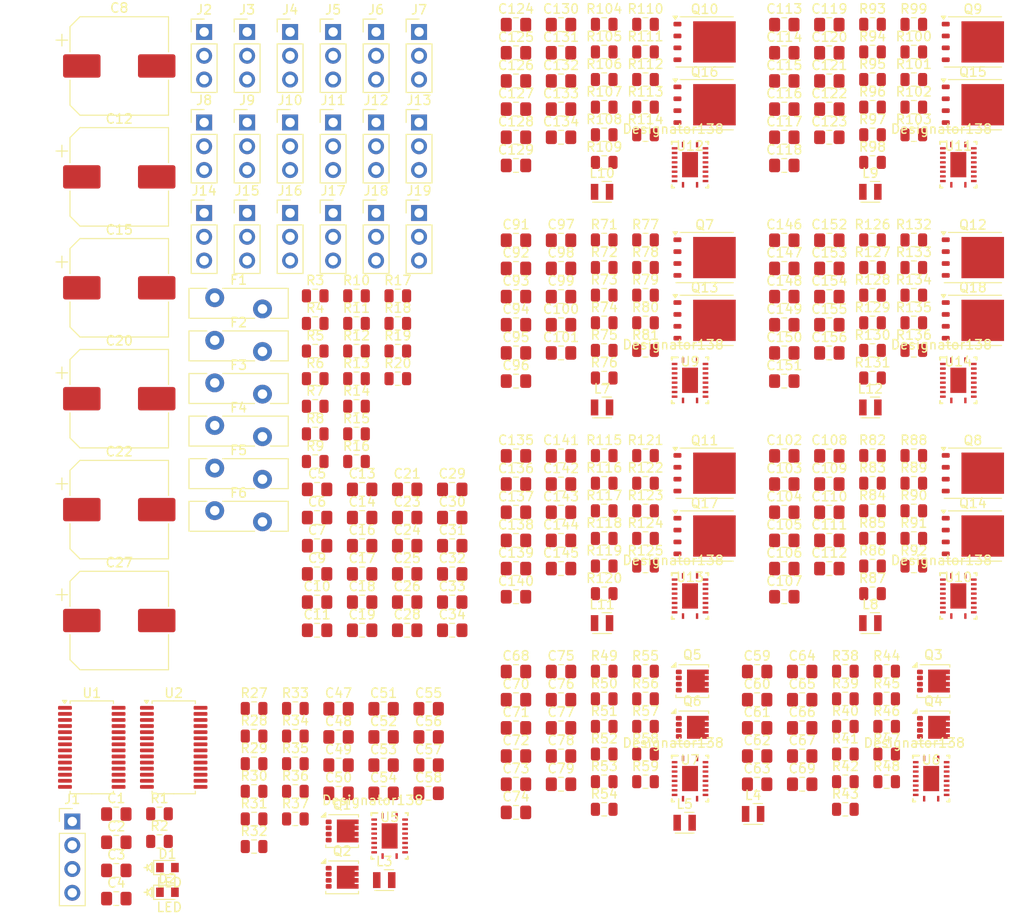
<source format=kicad_pcb>
(kicad_pcb (version 20241229) (generator "pcbnew") (generator_version "9.0")
  (layers (0 "F.Cu" signal) (2 "B.Cu" signal) (13 "F.Paste" user) (15 "B.Paste" user) (5 "F.SilkS" user "F.Silkscreen") (7 "B.SilkS" user "B.Silkscreen") (1 "F.Mask" user) (3 "B.Mask" user) (25 "Edge.Cuts" user))
  (net 0 "")
  (net 1 "GND")
  (net 2 "/PCA9685 (2x)/hexapod_legs/VCC_Leg1")
  (net 3 "/PCA9685 (2x)/hexapod_legs/VCC_Leg2")
  (net 4 "/PCA9685 (2x)/hexapod_legs/VCC_Leg3")
  (net 5 "/PCA9685 (2x)/hexapod_legs/VCC_Leg4")
  (net 6 "/PCA9685 (2x)/hexapod_legs/VCC_Leg5")
  (net 7 "/PCA9685 (2x)/hexapod_legs/VCC_Leg6")
  (net 8 "Net-(D2-Pad2)")
  (net 9 "/PCA9685 (2x)/SDA")
  (net 10 "/PCA9685 (2x)/Motor_Enable_Pin")
  (net 11 "/PCA9685 (2x)/EXT_CLK")
  (net 12 "/PCA9685 (2x)/SCL")
  (net 13 "/PCA9685 (2x)/mg996r1")
  (net 14 "/PCA9685 (2x)/mg996r2")
  (net 15 "/PCA9685 (2x)/mg996r3")
  (net 16 "/PCA9685 (2x)/mg996r6")
  (net 17 "/PCA9685 (2x)/mg996r5")
  (net 18 "/PCA9685 (2x)/mg996r4")
  (net 19 "/PCA9685 (2x)/mg996r9")
  (net 20 "/PCA9685 (2x)/mg996r8")
  (net 21 "/PCA9685 (2x)/mg996r7")
  (net 22 "/PCA9685 (2x)/mg996r12")
  (net 23 "/PCA9685 (2x)/mg996r11")
  (net 24 "/PCA9685 (2x)/mg996r10")
  (net 25 "/PCA9685 (2x)/mg996r15")
  (net 26 "/PCA9685 (2x)/mg996r14")
  (net 27 "/PCA9685 (2x)/mg996r13")
  (net 28 "/PCA9685 (2x)/mg996r18")
  (net 29 "/PCA9685 (2x)/mg996r17")
  (net 30 "/PCA9685 (2x)/mg996r16")
  (net 31 "Net-(D1-Pad2)")
  (net 32 "Net-(J2-Pin_1)")
  (net 33 "Net-(J3-Pin_1)")
  (net 34 "Net-(J4-Pin_1)")
  (net 35 "Net-(J5-Pin_1)")
  (net 36 "Net-(J6-Pin_1)")
  (net 37 "Net-(J7-Pin_1)")
  (net 38 "Net-(J8-Pin_1)")
  (net 39 "Net-(J9-Pin_1)")
  (net 40 "Net-(J10-Pin_1)")
  (net 41 "Net-(J11-Pin_1)")
  (net 42 "Net-(J12-Pin_1)")
  (net 43 "Net-(J13-Pin_1)")
  (net 44 "Net-(J14-Pin_1)")
  (net 45 "Net-(J15-Pin_1)")
  (net 46 "Net-(J16-Pin_1)")
  (net 47 "Net-(J17-Pin_1)")
  (net 48 "Net-(J18-Pin_1)")
  (net 63 "/3V3_Power_Line/Vin")
  (net 64 "Net-(U6-SS_TRK)")
  (net 65 "Net-(U6-VCC)")
  (net 66 "Net-(U6-VIN)")
  (net 67 "Net-(J19-Pin_1)")
  (net 68 "3V3")
  (net 69 "6V_Line1")
  (net 70 "6V_Line2")
  (net 71 "6V_Line3")
  (net 72 "6V_Line4")
  (net 73 "6V_Line5")
  (net 74 "6V_Line6")
  (net 75 "6V")
  (net 76 "/5V_Power_Line/Vin")
  (net 77 "Net-(U6-ILIM)")
  (net 78 "5V")
  (net 79 "Net-(U6-BST)")
  (net 80 "Net-(Q4-D)")
  (net 81 "Net-(U6-COMP)")
  (net 82 "Net-(U5-VCC)")
  (net 83 "Net-(U5-SS_TRK)")
  (net 84 "/20V_Power_Line/Vin")
  (net 85 "Net-(U5-VIN)")
  (net 86 "Net-(U5-BST)")
  (net 87 "Net-(U5-FB)")
  (net 88 "20V")
  (net 89 "Net-(U5-COMP)")
  (net 90 "Net-(U5-ILIM)")
  (net 91 "Net-(Q1-G)")
  (net 92 "Net-(U5-EN_UVLO)")
  (net 93 "Net-(U5-RT)")
  (net 94 "Net-(U5-SYNCIN)")
  (net 95 "Net-(U5-PGOOD)")
  (net 99 "Net-(C65-Pad2)")
  (net 100 "Net-(Q2-D)")
  (net 101 "Net-(C53-Pad2)")
  (net 102 "Net-(C57-Pad1)")
  (net 103 "Net-(Q2-G)")
  (net 104 "Net-(U6-FB)")
  (net 105 "Net-(C69-Pad1)")
  (net 106 "Net-(U7-SS_TRK)")
  (net 107 "Net-(U7-VCC)")
  (net 108 "Net-(U7-VIN)")
  (net 109 "Net-(U7-ILIM)")
  (net 110 "Net-(Q5-D)")
  (net 111 "Net-(U7-BST)")
  (net 112 "Net-(C75-Pad2)")
  (net 113 "Net-(U7-COMP)")
  (net 114 "Net-(U7-FB)")
  (net 115 "Net-(C77-Pad1)")
  (net 116 "/6V_Power_Line1/Vin")
  (net 117 "Net-(U9-SS_TRK)")
  (net 118 "Net-(U9-VCC)")
  (net 119 "Net-(U9-VIN)")
  (net 120 "Net-(U9-ILIM)")
  (net 121 "Net-(U9-BST)")
  (net 122 "Net-(Q13-D)")
  (net 123 "Net-(U9-COMP)")
  (net 124 "Net-(C97-Pad2)")
  (net 125 "Net-(U9-FB)")
  (net 126 "Net-(C99-Pad1)")
  (net 127 "/6V_Power_Line2/Vin")
  (net 128 "Net-(U10-SS_TRK)")
  (net 129 "Net-(U10-VCC)")
  (net 130 "Net-(U10-VIN)")
  (net 131 "Net-(U10-ILIM)")
  (net 132 "Net-(Q14-D)")
  (net 133 "Net-(U10-BST)")
  (net 134 "Net-(U10-COMP)")
  (net 135 "Net-(C108-Pad2)")
  (net 136 "Net-(U10-FB)")
  (net 137 "Net-(C110-Pad1)")
  (net 138 "/6V_Power_Line3/Vin")
  (net 139 "Net-(U11-SS_TRK)")
  (net 140 "Net-(U11-VCC)")
  (net 141 "Net-(U11-VIN)")
  (net 142 "Net-(U11-ILIM)")
  (net 143 "Net-(U11-BST)")
  (net 144 "Net-(Q15-D)")
  (net 145 "Net-(U11-COMP)")
  (net 146 "Net-(C119-Pad2)")
  (net 147 "Net-(U11-FB)")
  (net 148 "Net-(C121-Pad1)")
  (net 149 "/6V_Power_Line4/Vin")
  (net 150 "Net-(U12-SS_TRK)")
  (net 151 "Net-(U12-VCC)")
  (net 152 "Net-(U12-VIN)")
  (net 153 "Net-(U12-ILIM)")
  (net 154 "Net-(U12-BST)")
  (net 155 "Net-(Q16-D)")
  (net 156 "Net-(U12-COMP)")
  (net 157 "Net-(C130-Pad2)")
  (net 158 "Net-(U12-FB)")
  (net 159 "Net-(C132-Pad1)")
  (net 160 "/6V_Power_Line5/Vin")
  (net 161 "Net-(U13-SS_TRK)")
  (net 162 "Net-(U13-VCC)")
  (net 163 "Net-(U13-VIN)")
  (net 164 "Net-(U13-ILIM)")
  (net 165 "Net-(U13-BST)")
  (net 166 "Net-(Q17-D)")
  (net 167 "Net-(U13-COMP)")
  (net 168 "Net-(C141-Pad2)")
  (net 169 "Net-(U13-FB)")
  (net 170 "Net-(C143-Pad1)")
  (net 171 "/6V_Power_Line6/Vin")
  (net 172 "Net-(U14-SS_TRK)")
  (net 173 "Net-(U14-VCC)")
  (net 174 "Net-(U14-VIN)")
  (net 175 "Net-(U14-ILIM)")
  (net 176 "Net-(Q18-D)")
  (net 177 "Net-(U14-BST)")
  (net 178 "Net-(C152-Pad2)")
  (net 179 "Net-(U14-COMP)")
  (net 180 "Net-(U14-FB)")
  (net 181 "Net-(C154-Pad1)")
  (net 182 "Net-(Q3-G)")
  (net 183 "Net-(Q4-G)")
  (net 184 "Net-(Q5-G)")
  (net 185 "Net-(Q6-G)")
  (net 186 "Net-(Q7-G)")
  (net 187 "Net-(Q8-G)")
  (net 188 "Net-(Q9-G)")
  (net 189 "Net-(Q10-G)")
  (net 190 "Net-(Q11-G)")
  (net 191 "Net-(Q12-G)")
  (net 192 "Net-(Q13-G)")
  (net 193 "Net-(Q14-G)")
  (net 194 "Net-(Q15-G)")
  (net 195 "Net-(Q16-G)")
  (net 196 "Net-(Q17-G)")
  (net 197 "Net-(Q18-G)")
  (net 198 "Net-(U6-EN_UVLO)")
  (net 199 "Net-(U6-RT)")
  (net 200 "Net-(U6-SYNCIN)")
  (net 201 "Net-(U6-PGOOD)")
  (net 202 "Net-(U7-EN_UVLO)")
  (net 203 "Net-(U7-RT)")
  (net 204 "Net-(U7-SYNCIN)")
  (net 205 "Net-(U7-PGOOD)")
  (net 206 "Net-(U9-EN_UVLO)")
  (net 207 "Net-(U9-RT)")
  (net 208 "Net-(U9-SYNCIN)")
  (net 209 "Net-(U9-PGOOD)")
  (net 210 "Net-(U10-EN_UVLO)")
  (net 211 "Net-(U10-RT)")
  (net 212 "Net-(U10-SYNCIN)")
  (net 213 "Net-(U10-PGOOD)")
  (net 214 "Net-(U11-EN_UVLO)")
  (net 215 "Net-(U11-RT)")
  (net 216 "Net-(U11-SYNCIN)")
  (net 217 "Net-(U11-PGOOD)")
  (net 218 "Net-(U12-EN_UVLO)")
  (net 219 "Net-(U12-RT)")
  (net 220 "Net-(U12-SYNCIN)")
  (net 221 "Net-(U12-PGOOD)")
  (net 222 "Net-(U13-EN_UVLO)")
  (net 223 "Net-(U13-RT)")
  (net 224 "Net-(U13-SYNCIN)")
  (net 225 "Net-(U13-PGOOD)")
  (net 226 "Net-(U14-EN_UVLO)")
  (net 227 "Net-(U14-RT)")
  (net 228 "Net-(U14-SYNCIN)")
  (net 229 "Net-(U14-PGOOD)")
  (footprint "Connector_PinHeader_2.54mm:PinHeader_1x03_P2.54mm_Vertical" (layer "F.Cu") (at 128.665 70.825001)
    (property "Reference" "J19")
    (property "Value" "Leg6 Motor1")
  )
  (footprint "Connector_PinHeader_2.54mm:PinHeader_1x03_P2.54mm_Vertical" (layer "F.Cu") (at 110.305 61.155001)
    (property "Reference" "J9")
    (property "Value" "Leg3 Motor2")
  )
  (footprint "Connector_PinHeader_2.54mm:PinHeader_1x04_P2.54mm_Vertical" (layer "F.Cu") (at 91.635 135.835001)
    (property "Reference" "J1")
    (property "Value" "Motor Driver Header")
  )
  (footprint "Capacitor_SMD:C_0805_2012Metric_Pad1.18x1.45mm_HandSolder" (layer "F.Cu") (at 124.875 132.825001)
    (property "Reference" "C54")
    (property "Value" "560p")
  )
  (footprint "PCM_4ms_Resistor:R_0805_2012Metric" (layer "F.Cu") (at 121.985 88.525001)
    (property "Reference" "R13")
    (property "Value" "150K_0603")
  )
  (footprint "PCM_4ms_Resistor:R_0805_2012Metric" (layer "F.Cu") (at 117.575 82.625001)
    (property "Reference" "R4")
    (property "Value" "150K_0603")
  )
  (footprint "Project_Star_Regulator_Switching:RGY0020B" (layer "F.Cu") (at 183.350001 131.250001)
    (property "Reference" "U6")
    (property "Value" "LM25145RGYR")
  )
  (footprint "PCM_4ms_Resistor:R_0805_2012Metric" (layer "F.Cu") (at 177.085 111.495001)
    (property "Reference" "R87")
    (property "Value" "150K_0603")
  )
  (footprint "Capacitor_SMD:C_0805_2012Metric_Pad1.18x1.45mm_HandSolder" (layer "F.Cu") (at 96.335 141.065001)
    (property "Reference" "C3")
    (property "Value" "0.1u")
  )
  (footprint "PCM_4ms_Resistor:R_0805_2012Metric" (layer "F.Cu") (at 177.085 102.645001)
    (property "Reference" "R84")
    (property "Value" "150K_0603")
  )
  (footprint "PCM_4ms_Resistor:R_0805_2012Metric" (layer "F.Cu") (at 117.575 94.425001)
    (property "Reference" "R8")
    (property "Value" "150K_0603")
  )
  (footprint "Package_TO_SOT_SMD:TDSON-8-1" (layer "F.Cu") (at 159.155 59.255001)
    (property "Reference" "Q16")
    (property "Value" "CSD19502Q5B")
  )
  (footprint "PCM_4ms_Resistor:R_0805_2012Metric" (layer "F.Cu") (at 181.495 85.505001)
    (property "Reference" "R136")
    (property "Value" "150K_0603")
  )
  (footprint "PCM_4ms_Resistor:R_0805_2012Metric" (layer "F.Cu") (at 115.455 132.615001)
    (property "Reference" "R36")
    (property "Value" "150K_0603")
  )
  (footprint "PCM_4ms_Resistor:R_0805_2012Metric" (layer "F.Cu") (at 148.435 128.635001)
    (property "Reference" "R52")
    (property "Value" "150K_0603")
  )
  (footprint "Capacitor_SMD:C_0805_2012Metric_Pad1.18x1.45mm_HandSolder" (layer "F.Cu") (at 139.015 79.755001)
    (property "Reference" "C93")
    (property "Value" "2.2u")
  )
  (footprint "PCM_4ms_Resistor:R_0805_2012Metric" (layer "F.Cu") (at 148.435 53.615001)
    (property "Reference" "R105")
    (property "Value" "150K_0603")
  )
  (footprint "PCM_4ms_Resistor:R_0805_2012Metric" (layer "F.Cu") (at 111.045 138.515001)
    (property "Reference" "R32")
    (property "Value" "150K_0603")
  )
  (footprint "Capacitor_SMD:C_0805_2012Metric_Pad1.18x1.45mm_HandSolder" (layer "F.Cu") (at 139.015 62.735001)
    (property "Reference" "C128")
    (property "Value" "10p")
  )
  (footprint "PCM_4ms_Resistor:R_0805_2012Metric" (layer "F.Cu") (at 152.845 79.605001)
    (property "Reference" "R79")
    (property "Value" "150K_0603")
  )
  (footprint "Inductor_SMD_Wurth:L_Wurth_WE-LQSH-2010" (layer "F.Cu") (at 148.205 68.560001)
    (property "Reference" "L10")
    (property "Value" "4.7u")
  )
  (footprint "Capacitor_SMD:C_0805_2012Metric_Pad1.18x1.45mm_HandSolder" (layer "F.Cu") (at 143.825 122.825001)
    (property "Reference" "C76")
    (property "Value" "470p")
  )
  (footprint "Inductor_SMD_Wurth:L_Wurth_WE-LQSH-2010" (layer "F.Cu") (at 176.855 114.640001)
    (property "Reference" "L8")
    (property "Value" "4.7u")
  )
  (footprint "Capacitor_SMD:C_0805_2012Metric_Pad1.18x1.45mm_HandSolder" (layer "F.Cu") (at 143.825 56.715001)
    (property "Reference" "C132")
    (property "Value" "470p")
  )
  (footprint "Package_SON:VSON-8_3.3x3.3mm_P0.65mm_NexFET" (layer "F.Cu") (at 120.45 141.795001)
    (property "Reference" "Q2")
    (property "Value" "CSD18543Q3A")
  )
  (footprint "Inductor_SMD_Wurth:L_Wurth_WE-LQSH-2010" (layer "F.Cu") (at 124.945 142.100001)
    (property "Reference" "L3")
    (property "Value" "6.8u")
  )
  (footprint "PCM_4ms_Resistor:R_0805_2012Metric" (layer "F.Cu") (at 152.845 59.515001)
    (property "Reference" "R113")
    (property "Value" "150K_0603")
  )
  (footprint "PCM_4ms_Resistor:R_0805_2012Metric" (layer "F.Cu") (at 177.085 73.705001)
    (property "Reference" "R126")
    (property "Value" "150K_0603")
  )
  (footprint "PCM_4ms_Resistor:R_0805_2012Metric" (layer "F.Cu") (at 121.985 97.375001)
    (property "Reference" "R16")
    (property "Value" "150K_0603")
  )
  (footprint "PCM_4ms_Resistor:R_0805_2012Metric" (layer "F.Cu") (at 181.495 76.655001)
    (property "Reference" "R133")
    (property "Value" "150K_0603")
  )
  (footprint "Connector_PinHeader_2.54mm:PinHeader_1x03_P2.54mm_Vertical" (layer "F.Cu") (at 114.895 51.485001)
    (property "Reference" "J4")
    (property "Value" "Leg1 Motor1")
  )
  (footprint "PCM_4ms_Resistor:R_0805_2012Metric" (layer "F.Cu") (at 111.045 132.615001)
    (property "Reference" "R30")
    (property "Value" "150K_0603")
  )
  (footprint "PCM_4ms_Resistor:R_0805_2012Metric" (layer "F.Cu") (at 181.495 59.515001)
    (property "Reference" "R102")
    (property "Value" "150K_0603")
  )
  (footprint "Capacitor_SMD:C_0805_2012Metric_Pad1.18x1.45mm_HandSolder" (layer "F.Cu") (at 132.205 112.395001)
    (property "Reference" "C33")
    (property "Value" "10u")
  )
  (footprint "PCM_4ms_Resistor:R_0805_2012Metric" (layer "F.Cu") (at 148.435 82.555001)
    (property "Reference" "R74")
    (property "Value" "150K_0603")
  )
  (footprint "Capacitor_SMD:C_0805_2012Metric_Pad1.18x1.45mm_HandSolder" (layer "F.Cu") (at 167.665 99.785001)
    (property "Reference" "C103")
    (property "Value" "56n")
  )
  (footprint "Fuse:Fuse_Bourns_MF-RG500" (layer "F.Cu") (at 106.845 88.975001)
    (property "Reference" "F3")
    (property "Value" "MF-RG500")
  )
  (footprint "Capacitor_SMD:C_0805_2012Metric_Pad1.18x1.45mm_HandSolder" (layer "F.Cu") (at 143.825 96.775001)
    (property "Reference" "C141")
    (property "Value" "8.2n")
  )
  (footprint "Connector_PinHeader_2.54mm:PinHeader_1x03_P2.54mm_Vertical" (layer "F.Cu") (at 114.895 61.155001)
    (property "Reference" "J10")
    (property "Value" "Leg3 Motor1")
  )
  (footprint "Project_Star_Regulator_Switching:RGY0020B" (layer "F.Cu") (at 157.600001 88.700001)
    (property "Reference" "U9")
    (property "Value" "LM25145RGYR")
  )
  (footprint "Capacitor_SMD:C_0805_2012Metric_Pad1.18x1.45mm_HandSolder" (layer "F.Cu") (at 167.665 85.775001)
    (property "Reference" "C150")
    (property "Value" "10p")
  )
  (footprint "Connector_PinHeader_2.54mm:PinHeader_1x03_P2.54mm_Vertical" (layer "F.Cu") (at 128.665 51.485001)
    (property "Reference" "J7")
    (property "Value" "Leg2 Motor1")
  )
  (footprint "Package_TO_SOT_SMD:TDSON-8-1" (layer "F.Cu") (at 187.805 98.625001)
    (property "Reference" "Q8")
    (property "Value" "CSD19502Q5B")
  )
  (footprint "Project_Star_Regulator_Switching:RGY0020B" (layer "F.Cu") (at 186.250001 111.740001)
    (property "Reference" "U10")
    (property "Value" "LM25145RGYR")
  )
  (footprint "Capacitor_SMD:C_0805_2012Metric_Pad1.18x1.45mm_HandSolder" (layer "F.Cu") (at 127.395 115.405001)
    (property "Reference" "C28")
    (property "Value" "10u")
  )
  (footprint "Capacitor_SMD:C_0805_2012Metric_Pad1.18x1.45mm_HandSolder" (layer "F.Cu") (at 127.395 100.355001)
    (property "Reference" "C21")
    (property "Value" "10u")
  )
  (footprint "Capacitor_SMD:C_0805_2012Metric_Pad1.18x1.45mm_HandSolder" (layer "F.Cu") (at 122.585 112.395001)
    (property "Reference" "C18")
    (property "Value" "10u")
  )
  (footprint "PCM_4ms_Resistor:R_0805_2012Metric" (layer "F.Cu") (at 174.185 119.785001)
    (property "Reference" "R38")
    (property "Value" "150K_0603")
  )
  (footprint "Package_TO_SOT_SMD:TDSON-8-1" (layer "F.Cu") (at 159.155 52.545001)
    (property "Reference" "Q10")
    (property "Value" "CSD19502Q5B")
  )
  (footprint "PCM_4ms_Resistor:R_0805_2012Metric" (layer "F.Cu") (at 177.085 76.655001)
    (property "Reference" "R127")
    (property "Value" "150K_0603")
  )
  (footprint "PCM_4ms_Resistor:R_0805_2012Metric" (layer "F.Cu") (at 181.495 73.705001)
    (property "Reference" "R132")
    (property "Value" "150K_0603")
  )
  (footprint "Capacitor_SMD:C_0805_2012Metric_Pad1.18x1.45mm_HandSolder" (layer "F.Cu") (at 117.775 100.355001)
    (property "Reference" "C5")
    (property "Value" "10u")
  )
  (footprint "Capacitor_SMD:C_0805_2012Metric_Pad1.18x1.45mm_HandSolder" (layer "F.Cu") (at 172.475 82.765001)
    (property "Reference" "C155")
    (property "Value" "10u")
  )
  (footprint "Project_Star_Regulator_Switching:RGY0020B" (layer "F.Cu") (at 186.250001 65.660001)
    (property "Reference" "U11")
    (property "Value" "LM25145RGYR")
  )
  (footprint "PCM_4ms_Resistor:R_0805_2012Metric" (layer "F.Cu") (at 177.085 53.615001)
    (property "Reference" "R94")
    (property "Value" "150K_0603")
  )
  (footprint "Capacitor_SMD:C_0805_2012Metric_Pad1.18x1.45mm_HandSolder" (layer "F.Cu") (at 117.775 112.395001)
    (property "Reference" "C10")
    (property "Value" "10u")
  )
  (footprint "PCM_4ms_Resistor:R_0805_2012Metric" (layer "F.Cu") (at 148.435 88.455001)
    (property "Reference" "R76")
    (property "Value" "150K_0603")
  )
  (footprint "PCM_4ms_Resistor:R_0805_2012Metric" (layer "F.Cu") (at 121.985 94.425001)
    (property "Reference" "R15")
    (property "Value" "150K_0603")
  )
  (footprint "Inductor_SMD_Wurth:L_Wurth_WE-LQSH-2010" (layer "F.Cu") (at 148.205 114.640001)
    (property "Reference" "L11")
    (property "Value" "4.7u")
  )
  (footprint "Connector_PinHeader_2.54mm:PinHeader_1x03_P2.54mm_Vertical" (layer "F.Cu") (at 119.485 51.485001)
    (property "Reference" "J5")
    (property "Value" "Leg2 Motor3")
  )
  (footprint "Capacitor_SMD:C_0805_2012Metric_Pad1.18x1.45mm_HandSolder" (layer "F.Cu") (at 167.665 108.815001)
    (property "Reference" "C106")
    (property "Value" "10p")
  )
  (footprint "Capacitor_SMD:C_0805_2012Metric_Pad1.18x1.45mm_HandSolder" (layer "F.Cu") (at 96.335 138.055001)
    (property "Reference" "C2")
    (property "Value" "10u")
  )
  (footprint "Fuse:Fuse_Bourns_MF-RG500" (layer "F.Cu") (at 106.845 102.625001)
    (property "Reference" "F6")
    (property "Value" "MF-RG500")
  )
  (footprint "Connector_PinHeader_2.54mm:PinHeader_1x03_P2.54mm_Vertical" (layer "F.Cu") (at 128.665 61.155001)
    (property "Reference" "J13")
    (property "Value" "Leg4 Motor1")
  )
  (footprint "Connector_PinHeader_2.54mm:PinHeader_1x03_P2.54mm_Vertical" (layer "F.Cu") (at 119.485 61.155001)
    (property "Reference" "J11")
    (property "Value" "Leg4 Motor3")
  )
  (footprint "Capacitor_SMD:C_0805_2012Metric_Pad1.18x1.45mm_HandSolder" (layer "F.Cu") (at 143.825 128.845001)
    (property "Reference" "C78")
    (property "Value" "10u")
  )
  (footprint "Capacitor_SMD:C_0805_2012Metric_Pad1.18x1.45mm_HandSolder" (layer "F.Cu") (at 172.475 96.775001)
    (property "Reference" "C108")
    (property "Value" "8.2n")
  )
  (footprint "Capacitor_SMD:C_0805_2012Metric_Pad1.18x1.45mm_HandSolder" (layer "F.Cu") (at 143.825 108.815001)
    (property "Reference" "C145")
    (property "Value" "10u")
  )
  (footprint "Capacitor_SMD:C_0805_2012Metric_Pad1.18x1.45mm_HandSolder" (layer "F.Cu") (at 122.585 103.365001)
    (property "Reference" "C14")
    (property "Value" "10u")
  )
  (footprint "Capacitor_SMD:C_0805_2012Metric_Pad1.18x1.45mm_HandSolder" (layer "F.Cu") (at 139.015 65.745001)
    (property "Reference" "C129")
    (property "Value" "100n")
  )
  (footprint "Capacitor_SMD:C_0805_2012Metric_Pad1.18x1.45mm_HandSolder" (layer "F.Cu") (at 167.665 82.765001)
    (property "Reference" "C149")
    (property "Value" "100n")
  )
  (footprint "Capacitor_SMD:C_0805_2012Metric_Pad1.18x1.45mm_HandSolder" (layer "F.Cu") (at 139.015 128.845001)
    (property "Reference" "C72")
    (property "Value" "100n")
  )
  (footprint "Inductor_SMD_Wurth:L_Wurth_WE-LQSH-2010" (layer "F.Cu") (at 148.205 91.600001)
    (property "Reference" "L7")
    (property "Value" "4.7u")
  )
  (footprint "Capacitor_SMD:C_0805_2012Metric_Pad1.18x1.45mm_HandSolder" (layer "F.Cu") (at 172.475 62.735001)
    (property "Reference" "C123")
    (property "Value" "10u")
  )
  (footprint "PCM_4ms_Resistor:R_0805_2012Metric" (layer "F.Cu") (at 181.495 82.555001)
    (property "Reference" "R135")
    (property "Value" "150K_0603")
  )
  (footprint "Capacitor_SMD:C_0805_2012Metric_Pad1.18x1.45mm_HandSolder" (layer "F.Cu") (at 117.775 106.375001)
    (property "Reference" "C7")
    (property "Value" "10u")
  )
  (footprint "Connector_PinHeader_2.54mm:PinHeader_1x03_P2.54mm_Vertical" (layer "F.Cu") (at 110.305 51.485001)
    (property "Reference" "J3")
    (property "Value" "Leg1 Motor2")
  )
  (footprint "PCM_4ms_LED:LED_0603_1608Metric" (layer "F.Cu") (at 101.7927 140.760001)
    (property "Reference" "D1")
    (property "Value" "LED")
  )
  (footprint "Capacitor_SMD:C_0805_2012Metric_Pad1.18x1.45mm_HandSolder" (layer "F.Cu") (at 143.825 131.855001)
    (property "Reference" "C79")
    (property "Value" "10u")
  )
  (footprint "Package_TO_SOT_SMD:TDSON-8-1" (layer "F.Cu") (at 159.155 75.585001)
    (property "Reference" "Q7")
    (property "Value" "CSD19502Q5B")
  )
  (footprint "Capacitor_SMD:C_0805_2012Metric_Pad1.18x1.45mm_HandSolder" (layer "F.Cu") (at 172.475 108.815001)
    (property "Reference" "C112")
    (property "Value" "10u")
  )
  (footprint "PCM_4ms_Resistor:R_0805_2012Metric" (layer "F.Cu") (at 100.945 137.965001)
    (property "Reference" "R2")
    (property "Value" "150K_0603")
  )
  (footprint "Capacitor_SMD:C_0805_2012Metric_Pad1.18x1.45mm_HandSolder" (layer "F.Cu") (at 167.665 53.705001)
    (property "Reference" "C114")
    (property "Value" "56n")
  )
  (footprint "Connector_PinHeader_2.54mm:PinHeader_1x03_P2.54mm_Vertical" (layer "F.Cu") (at 105.715 51.485001)
    (property "Reference" "J2")
    (property "Value" "Leg1 Motor3")
  )
  (footprint "Capacitor_SMD:C_0805_2012Metric_Pad1.18x1.45mm_HandSolder" (layer "F.Cu") (at 124.875 129.815001)
    (property "Reference" "C53")
    (property "Value" "8.2n")
  )
  (footprint "PCM_4ms_Resistor:R_0805_2012Metric" (layer "F.Cu") (at 148.435 56.565001)
    (property "Reference" "R106")
    (property "Value" "150K_0603")
  )
  (footprint "PCM_4ms_Resistor:R_0805_2012Metric" (layer "F.Cu") (at 177.085 65.415001)
    (property "Reference" "R98")
    (property "Value" "150K_0603")
  )
  (footprint "Project_Star_Regulator_Switching:RGY0020B" (layer "F.Cu") (at 186.250001 88.700001)
    (property "Reference" "U14")
    (property "Value" "LM25145RGYR")
  )
  (footprint "Capacitor_SMD:C_0805_2012Metric_Pad1.18x1.45mm_HandSolder" (layer "F.Cu") (at 143.825 125.835001)
    (property "Reference" "C77")
    (property "Value" "820p")
  )
  (footprint "Capacitor_SMD:C_0805_2012Metric_Pad1.18x1.45mm_HandSolder" (layer "F.Cu") (at 129.685 123.795001)
    (property "Reference" "C55")
    (property "Value" "10u")
  )
  (footprint "Capacitor_SMD:C_0805_2012Metric_Pad1.18x1.45mm_HandSolder" (layer "F.Cu") (at 164.765 119.815001)
    (property "Reference" "C59")
    (property "Value" "10u")
  )
  (footprint "Fuse:Fuse_Bourns_MF-RG500" (layer "F.Cu") (at 106.845 79.875001)
    (property "Reference" "F1")
    (property "Value" "MF-RG500")
  )
  (footprint "PCM_4ms_Resistor:R_0805_2012Metric" (layer "F.Cu") (at 152.845 128.635001)
    (property "Reference" "R58")
    (property "Value" "150K_0603")
  )
  (footprint "PCM_4ms_Resistor:R_0805_2012Metric" (layer "F.Cu") (at 121.985 79.675001)
    (property "Reference" "R10")
    (property "Value" "150K_0603")
  )
  (footprint "Capacitor_SMD:C_0805_2012Metric_Pad1.18x1.45mm_HandSolder" (layer "F.Cu") (at 143.825 82.765001)
    (property "Reference" "C100")
    (property "Value" "10u")
  )
  (footprint "PCM_4ms_Resistor:R_0805_2012Metric" (layer "F.Cu") (at 181.495 79.605001)
    (property "Reference" "R134")
    (property "Value" "150K_0603")
  )
  (footprint "PCM_4ms_Resistor:R_0805_2012Metric" (layer "F.Cu") (at 126.395 79.675001)
    (property "Reference" "R17")
    (property "Value" "150K_0603")
  )
  (footprint "PCM_4ms_Resistor:R_0805_2012Metric" (layer "F.Cu") (at 148.435 96.745001)
    (property "Reference" "R115")
    (property "Value" "150K_0603")
  )
  (footprint "Fuse:Fuse_Bourns_MF-RG500" (layer "F.Cu") (at 106.845 84.425001)
    (property "Reference" "F2")
    (property "Value" "MF-RG500")
  )
  (footprint "PCM_4ms_Resistor:R_0805_2012Metric" (layer "F.Cu") (at 177.085 62.465001)
    (property "Reference" "R97")
    (property "Value" "150K_0603")
  )
  (footprint "Capacitor_SMD:C_0805_2012Metric_Pad1.18x1.45mm_HandSolder" (layer "F.Cu") (at 139.015 105.805001)
    (property "Reference" "C138")
    (property "Value" "100n")
  )
  (footprint "PCM_4ms_Resistor:R_0805_2012Metric" (layer "F.Cu") (at 117.575 97.375001)
    (property "Reference" "R9")
    (property "Value" "150K_0603")
  )
  (footprint "Capacitor_SMD:C_0805_2012Metric_Pad1.18x1.45mm_HandSolder" (layer "F.Cu") (at 139.015 73.735001)
    (property "Reference" "C91")
    (property "Value" "4.7u")
  )
  (footprint "Capacitor_SMD:C_0805_2012Metric_Pad1.18x1.45mm_HandSolder" (layer "F.Cu") (at 167.665 62.735001)
    (property "Reference" "C117")
    (property "Value" "10p")
  )
  (footprint "Capacitor_SMD:CP_Elec_10x10" (layer "F.Cu") (at 96.65 90.665001)
    (property "Reference" "C20")
    (property "Value" "1000u")
  )
  (footprint "PCM_4ms_Resistor:R_0805_2012Metric" (layer "F.Cu") (at 115.455 123.765001)
    (property "Reference" "R33")
    (property "Value" "150K_0603")
  )
  (footprint "PCM_4ms_Resistor:R_0805_2012Metric" (layer "F.Cu") (at 177.085 105.595001)
    (property "Reference" "R85")
    (property "Value" "150K_0603")
  )
  (footprint "PCM_4ms_Resistor:R_0805_2012Metric" (layer "F.Cu") (at 178.595 119.785001)
    (property "Reference" "R44")
    (property "Value" "150K_0603")
  )
  (footprint "PCM_4ms_Resistor:R_0805_2012Metric" (layer "F.Cu") (at 148.435 79.605001)
    (property "Reference" "R73")
    (property "Value" "150K_0603")
  )
  (footprint "PCM_4ms_Resistor:R_0805_2012Metric" (layer "F.Cu") (at 177.085 96.745001)
    (property "Reference" "R82")
    (property "Value" "150K_0603")
  )
  (footprint "PCM_4ms_Resistor:R_0805_2012Metric" (layer "F.Cu") (at 181.495 105.595001)
    (property "Reference" "R91")
    (property "Value" "150K_0603")
  )
  (footprint "Capacitor_SMD:C_0805_2012Metric_Pad1.18x1.45mm_HandSolder" (layer "F.Cu") (at 172.475 76.745001)
    (property "Reference" "C153")
    (property "Value" "680p")
  )
  (footprint "PCM_4ms_Resistor:R_0805_2012Metric" (layer "F.Cu") (at 115.455 129.665001)
    (property "Reference" "R35")
    (property "Value" "150K_0603")
  )
  (footprint "PCM_4ms_Resistor:R_0805_2012Metric" (layer "F.Cu") (at 152.845 119.785001)
    (property "Reference" "R55")
    (property "Value" "150K_0603")
  )
  (footprint "Capacitor_SMD:C_0805_2012Metric_Pad1.18x1.45mm_HandSolder" (layer "F.Cu") (at 139.015 108.815001)
    (property "Reference" "C139")
    (property "Value" "10p")
  )
  (footprint "Capacitor_SMD:C_0805_2012Metric_Pad1.18x1.45mm_HandSolder" (layer "F.Cu") (at 129.685 132.825001)
    (property "Reference" "C58")
    (property "Value" "10u")
  )
  (footprint "PCM_4ms_Resistor:R_0805_2012Metric" (layer "F.Cu") (at 111.045 129.665001)
    (property "Reference" "R29")
    (property "Value" "150K_0603")
  )
  (footprint "Capacitor_SMD:C_0805_2012Metric_Pad1.18x1.45mm_HandSolder" (layer "F.Cu") (at 124.875 126.805001)
    (property "Reference" "C52")
    (property "Value" "100n")
  )
  (footprint "PCM_4ms_Resistor:R_0805_2012Metric" (layer "F.Cu") (at 152.845 96.745001)
    (property "Reference" "R121")
    (property "Value" "150K_0603")
  )
  (footprint "Capacitor_SMD:C_0805_2012Metric_Pad1.18x1.45mm_HandSolder" (layer "F.Cu") (at 143.825 85.775001)
    (property "Reference" "C101")
    (property "Value" "10u")
  )
  (footprint "PCM_4ms_Resistor:R_0805_2012Metric" (layer "F.Cu") (at 174.185 128.635001)
    (property "Reference" "R41")
    (property "Value" "150K_0603")
  )
  (footprint "Capacitor_SMD:C_0805_2012Metric_Pad1.18x1.45mm_HandSolder" (layer "F.Cu") (at 143.825 76.745001)
    (property "Reference" "C98")
    (property "Value" "680p")
  )
  (footprint "Capacitor_SMD:C_0805_2012Metric_Pad1.18x1.45mm_HandSolder" (layer "F.Cu") (at 172.475 102.795001)
    (property "Reference" "C110")
    (property "Value" "470p")
  )
  (footprint "Capacitor_SMD:C_0805_2012Metric_Pad1.18x1.45mm_HandSolder" (layer "F.Cu") (at 143.825 62.735001)
    (property "Reference" "C134")
    (property "Value" "10u")
  )
  (footprint "Package_TO_SOT_SMD:TDSON-8-1" (layer "F.Cu") (at 159.155 82.295001)
    (property "Reference" "Q13")
    (property "Value" "CSD19502Q5B")
  )
  (footprint "Connector_PinHeader_2.54mm:PinHeader_1x03_P2.54mm_Vertical" (layer "F.Cu") (at 105.715 61.155001)
    (property "Reference" "J8")
    (property "Value" "Leg3 Motor3")
  )
  (footprint "Capacitor_SMD:C_0805_2012Metric_Pad1.18x1.45mm_HandSolder" (layer "F.Cu") (at 96.335 135.045001)
    (property "Reference" "C1")
    (property "Value" "0.1u")
  )
  (footprint "Capacitor_SMD:C_0805_2012Metric_Pad1.18x1.45mm_HandSolder" (layer "F.Cu") (at 172.475 59.725001)
    (property "Reference" "C122")
    (property "Value" "10u")
  )
  (footprint "PCM_4ms_LED:LED_0603_1608Metric" (layer "F.Cu") (at 101.7927 143.400001)
    (property "Reference" "D2")
    (property "Value" "LED")
  )
  (footprint "PCM_4ms_Resistor:R_0805_2012Metric" (layer "F.Cu") (at 111.045 126.715001)
    (property "Reference" "R28")
    (property "Value" "150K_0603")
  )
  (footprint "PCM_4ms_Resistor:R_0805_2012Metric" (layer "F.Cu") (at 178.595 131.585001)
    (property "Reference" "R48")
    (property "Value" "150K_0603")
  )
  (footprint "Capacitor_SMD:C_0805_2012Metric_Pad1.18x1.45mm_HandSolder" (layer "F.Cu") (at 164.765 122.825001)
    (property "Reference" "C60")
    (property "Value" "56n")
  )
  (footprint "Connector_PinHeader_2.54mm:PinHeader_1x03_P2.54mm_Vertical" (layer "F.Cu") (at 114.895 70.825001)
    (property "Reference" "J16")
    (property "Value" "Leg5 Motor1")
  )
  (footprint "Capacitor_SMD:C_0805_2012Metric_Pad1.18x1.45mm_HandSolder" (layer "F.Cu") (at 139.015 56.715001)
    (property "Reference" "C126")
    (property "Value" "2.2u")
  )
  (footprint "Project_Star_Regulator_Switching:RGY0020B" (layer "F.Cu") (at 125.520001 137.380001)
    (property "Reference" "U5")
    (property "Value" "LM25145RGYR")
  )
  (footprint "PCM_4ms_Resistor:R_0805_2012Metric" (layer "F.Cu") (at 121.985 85.575001)
    (property "Reference" "R12")
    (property "Value" "150K_0603")
  )
  (footprint "Capacitor_SMD:C_0805_2012Metric_Pad1.18x1.45mm_HandSolder" (layer "F.Cu") (at 167.665 59.725001)
    (property "Reference" "C116")
    (property "Value" "100n")
  )
  (footprint "PCM_4ms_Resistor:R_0805_2012Metric" (layer "F.Cu") (at 126.395 82.625001)
    (property "Reference" "R18")
    (property "Value" "150K_0603")
  )
  (footprint "PCM_4ms_Resistor:R_0805_2012Metric" (layer "F.Cu") (at 181.495 99.695001)
    (property "Reference" "R89")
    (property "Value" "150K_0603")
  )
  (footprint "Capacitor_SMD:C_0805_2012Metric_Pad1.18x1.45mm_HandSolder" (layer "F.Cu") (at 143.825 99.785001)
    (property "Reference" "C142")
    (property "Value" "680p")
  )
  (footprint "Capacitor_SMD:C_0805_2012Metric_Pad1.18x1.45mm_HandSolder" (layer "F.Cu") (at 169.575 125.835001)
    (property "Reference" "C66")
    (property "Value" "470p")
  )
  (footprint "PCM_4ms_Resistor:R_0805_2012Metric" (layer "F.Cu") (at 152.845 56.565001)
    (property "Reference" "R112")
    (property "Value" "150K_0603")
  )
  (footprint "PCM_4ms_Resistor:R_0805_2012Metric" (layer "F.Cu") (at 152.845 108.545001)
    (property "Reference" "R125")
    (property "Value" "150K_0603")
  )
  (footprint "Capacitor_SMD:C_0805_2012Metric_Pad1.18x1.45mm_HandSolder" (layer "F.Cu") (at 117.775 103.365001)
    (property "Reference" "C6")
    (property "Value" "10u")
  )
  (footprint "Package_SO:TSSOP-28_4.4x9.7mm_P0.65mm" (layer "F.Cu") (at 102.465 127.915001)
    (property "Reference" "U2")
    (property "Value" "PCA9685PW")
  )
  (footprint "Capacitor_SMD:C_0805_2012Metric_Pad1.18x1.45mm_HandSolder" (layer "F.Cu") (at 120.065 132.825001)
    (property "Reference" "C50")
    (property "Value" "100n")
  )
  (footprint "Capacitor_SMD:C_0805_2012Metric_Pad1.18x1.45mm_HandSolder" (layer "F.Cu") (at 143.825 102.795001)
    (property "Reference" "C143")
    (property "Value" "470p")
  )
  (footprint "Capacitor_SMD:C_0805_2012Metric_Pad1.18x1.45mm_HandSolder" (layer "F.Cu") (at 132.205 100.355001)
    (property "Reference" "C29")
    (property "Value" "10u")
  )
  (footprint "PCM_4ms_Resistor:R_0805_2012Metric" (layer "F.Cu") (at 111.045 123.765001)
    (property "Reference" "R27")
    (property "Value" "150K_0603")
  )
  (footprint "Capacitor_SMD:C_0805_2012Metric_Pad1.18x1.45mm_HandSolder" (layer "F.Cu") (at 122.585 115.405001)
    (property "Reference" "C19")
    (property "Value" "10u")
  )
  (footprint "Capacitor_SMD:C_0805_2012Metric_Pad1.18x1.45mm_HandSolder" (layer "F.Cu") (at 172.475 73.735001)
    (property "Reference" "C152")
    (property "Value" "8.2n")
  )
  (footprint "Capacitor_SMD:C_0805_2012Metric_Pad1.18x1.45mm_HandSolder" (layer "F.Cu") (at 164.765 131.855001)
    (property "Reference" "C63")
    (property "Value" "3p")
  )
  (footprint "Capacitor_SMD:C_0805_2012Metric_Pad1.18x1.45mm_HandSolder" (layer "F.Cu") (at 132.205 103.365001)
    (property "Reference" "C30")
    (property "Value" "10u")
  )
  (footprint "Capacitor_SMD:C_0805_2012Metric_Pad1.18x1.45mm_HandSolder" (layer "F.Cu") (at 117.775 109.385001)
    (property "Reference" "C9")
    (property "Value" "10u")
  )
  (footprint "Capacitor_SMD:C_0805_2012Metric_Pad1.18x1.45mm_HandSolder" (layer "F.Cu") (at 167.665 65.745001)
    (property "Reference" "C118")
    (property "Value" "100n")
  )
  (footprint "Capacitor_SMD:C_0805_2012Metric_Pad1.18x1.45mm_HandSolder" (layer "F.Cu") (at 169.575 131.855001)
    (property "Reference" "C69")
    (property "Value" "750p")
  )
  (footprint "PCM_4ms_Resistor:R_0805_2012Metric" (layer "F.Cu") (at 177.085 59.515001)
    (property "Reference" "R96")
    (property "Value" "150K_0603")
  )
  (footprint "PCM_4ms_Resistor:R_0805_2012Metric" (layer "F.Cu") (at 148.435 108.545001)
    (property "Reference" "R119")
    (property "Value" "150K_0603")
  )
  (footprint "PCM_4ms_Resistor:R_0805_2012Metric" (layer "F.Cu") (at 148.435 105.595001)
    (property "Reference" "R118")
    (property "Value" "150K_0603")
  )
  (footprint "Capacitor_SMD:C_0805_2012Metric_Pad1.18x1.45mm_HandSolder" (layer "F.Cu") (at 164.765 128.845001)
    (property "Reference" "C62")
    (property "Value" "100n")
  )
  (footprint "PCM_4ms_Resistor:R_0805_2012Metric" (layer "F.Cu") (at 181.495 56.565001)
    (property "Reference" "R101")
    (property "Value" "150K_0603")
  )
  (footprint "Capacitor_SMD:C_0805_2012Metric_Pad1.18x1.45mm_HandSolder" (layer "F.Cu") (at 122.585 109.385001)
    (property "Reference" "C17")
    (property "Value" "10u")
  )
  (footprint "Capacitor_SMD:C_0805_2012Metric_Pad1.18x1.45mm_HandSolder" (layer "F.Cu") (at 172.475 85.775001)
    (property "Reference" "C156")
    (property "Value" "10u")
  )
  (footprint "Inductor_SMD_Wurth:L_Wurth_WE-LQSH-2010" (layer "F.Cu") (at 157.025 135.970001)
    (property "Reference" "L5")
    (property "Value" "10u")
  )
  (footprint "Capacitor_SMD:C_0805_2012Metric_Pad1.18x1.45mm_HandSolder" (layer "F.Cu") (at 117.775 115.405001)
    (property "Reference" "C11")
    (property "Value" "10u")
  )
  (footprint "Capacitor_SMD:C_0805_2012Metric_Pad1.18x1.45mm_HandSolder" (layer "F.Cu") (at 143.825 73.735001)
    (property "Reference" "C97")
    (property "Value" "8.2n")
  )
  (footprint "PCM_4ms_Resistor:R_0805_2012Metric" (layer "F.Cu") (at 181.495 96.745001)
    (property "Reference" "R88")
    (property "Value" "150K_0603")
  )
  (footprint "Capacitor_SMD:C_0805_2012Metric_Pad1.18x1.45mm_HandSolder" (layer "F.Cu") (at 120.065 123.795001)
    (property "Reference" "C47")
    (property "Value" "4.7u")
  )
  (footprint "PCM_4ms_Resistor:R_0805_2012Metric" (layer "F.Cu") (at 152.845 125.685001)
    (property "Reference" "R57")
    (property "Value" "150K_0603")
  )
  (footprint "PCM_4ms_Resistor:R_0805_2012Metric" (layer "F.Cu") (at 148.435 99.695001)
    (property "Reference" "R116")
    (property "Value" "150K_0603")
  )
  (footprint "Fuse:Fuse_Bourns_MF-RG500" (layer "F.Cu") (at 106.845 93.525001)
    (property "Reference" "F4")
    (property "Value" "MF-RG500")
  )
  (footprint "Capacitor_SMD:C_0805_2012Metric_Pad1.18x1.45mm_HandSolder" (layer "F.Cu") (at 139.015 50.695001)
    (property "Reference" "C124")
    (property "Value" "4.7u")
  )
  (footprint "PCM_4ms_Resistor:R_0805_2012Metric" (layer "F.Cu") (at 115.455 135.565001)
    (property "Reference" "R37")
    (property "Value" "150K_0603")
  )
  (footprint "PCM_4ms_Resistor:R_0805_2012Metric" (layer "F.Cu") (at 148.435 59.515001)
    (property "Reference" "R107")
    (property "Value" "150K_0603")
  )
  (footprint "PCM_4ms_Resistor:R_0805_2012Metric" (layer "F.Cu") (at 178.595 128.635001)
    (property "Reference" "R47")
    (property "Value" "150K_0603")
  )
  (footprint "PCM_4ms_Resistor:R_0805_2012Metric" (layer "F.Cu") (at 148.435 119.785001)
    (property "Reference" "R49")
    (property "Value" "150K_0603")
  )
  (footprint "Capacitor_SMD:C_0805_2012Metric_Pad1.18x1.45mm_HandSolder" (layer "F.Cu") (at 164.765 125.835001)
    (property "Reference" "C61")
    (property "Value" "2.2u")
  )
  (footprint "PCM_4ms_Resistor:R_0805_2012Metric" (layer "F.Cu") (at 177.085 79.605001)
    (property "Reference" "R128")
    (property "Value" "150K_0603")
  )
  (footprint "PCM_4ms_Resistor:R_0805_2012Metric" (layer "F.Cu") (at 115.455 126.715001)
    (property "Reference" "R34")
    (property "Value" "150K_0603")
  )
  (footprint "PCM_4ms_Resistor:R_0805_2012Metric" (layer "F.Cu") (at 148.435 73.705001)
    (property "Reference" "R71")
    (property "Value" "150K_0603")
  )
  (footprint "Capacitor_SMD:C_0805_2012Metric_Pad1.18x1.45mm_HandSolder" (layer "F.Cu") (at 143.825 59.725001)
    (property "Reference" "C133")
    (property "Value" "10u")
  )
  (footprint "Connector_PinHeader_2.54mm:PinHeader_1x03_P2.54mm_Vertical" (layer "F.Cu") (at 119.485 70.825001)
    (property "Reference" "J17")
    (property "Value" "Leg6 Motor3")
  )
  (footprint "Capacitor_SMD:C_0805_2012Metric_Pad1.18x1.45mm_HandSolder" (layer "F.Cu") (at 139.015 76.745001)
    (property "Reference" "C92")
    (property "Value" "56n")
  )
  (footprint "PCM_4ms_Resistor:R_0805_2012Metric" (layer "F.Cu") (at 152.845 131.585001)
    (property "Reference" "R59")
    (property "Value" "150K_0603")
  )
  (footprint "PCM_4ms_Resistor:R_0805_2012Metric" (layer "F.Cu") (at 177.085 56.565001)
    (property "Reference" "R95")
    (property "Value" "150K_0603")
  )
  (footprint "Capacitor_SMD:C_0805_2012Metric_Pad1.18x1.45mm_HandSolder" (layer "F.Cu") (at 139.015 122.825001)
    (property "Reference" "C70")
    (property "Value" "56n")
  )
  (footprint "Package_TO_SOT_SMD:TDSON-8-1" (layer "F.Cu") (at 187.805 75.585001)
    (property "Reference" "Q12")
    (property "Value" "CSD19502Q5B")
  )
  (footprint "Capacitor_SMD:C_0805_2012Metric_Pad1.18x1.45mm_HandSolder" (layer "F.Cu") (at 132.205 115.405001)
    (property "Reference" "C34")
    (property "Value" "10u")
  )
  (footprint "PCM_4ms_Resistor:R_0805_2012Metric" (layer "F.Cu") (at 100.945 135.015001)
    (property "Reference" "R1")
    (property "Value" "150K_0603")
  )
  (footprint "Capacitor_SMD:CP_Elec_10x10" (layer "F.Cu") (at 96.65 66.965001)
    (property "Reference" "C12")
    (property "Value" "1000u")
  )
  (footprint "Package_TO_SOT_SMD:TDSON-8-1" (layer "F.Cu") (at 159.155 105.335001)
    (property "Reference" "Q17")
    (property "Value" "CSD19502Q5B")
  )
  (footprint "PCM_4ms_Resistor:R_0805_2012Metric" (layer "F.Cu") (at 177.085 99.695001)
    (property "Reference" "R83")
    (property "Value" "150K_0603")
  )
  (footprint "Connector_PinHeader_2.54mm:PinHeader_1x03_P2.54mm_Vertical" (layer "F.Cu") (at 124.075 51.485001)
    (property "Reference" "J6")
    (property "Value" "Leg2 Motor2")
  )
  (footprint "Capacitor_SMD:C_0805_2012Metric_Pad1.18x1.45mm_HandSolder" (layer "F.Cu") (at 139.015 96.775001)
    (property "Reference" "C135")
    (property "Value" "4.7u")
  )
  (footprint "Connector_PinHeader_2.54mm:PinHeader_1x03_P2.54mm_Vertical" (layer "F.Cu") (at 105.715 70.825001)
    (property "Reference" "J14")
    (property "Value" "Leg5 Motor3")
  )
  (footprint "PCM_4ms_Resistor:R_0805_2012Metric" (layer "F.Cu") (at 148.435 131.585001)
    (property "Reference" "R53")
    (property "Value" "150K_0603")
  )
  (footprint "Capacitor_SMD:C_0805_2012Metric_Pad1.18x1.45mm_HandSolder" (layer "F.Cu") (at 167.665 50.695001)
    (property "Reference" "C113")
    (property "Value" "4.7u")
  )
  (footprint "PCM_4ms_Resistor:R_0805_2012Metric" (layer "F.Cu") (at 152.845 85.505001)
    (property "Reference" "R81")
    (property "Value" "150K_0603")
  )
  (footprint "Capacitor_SMD:C_0805_2012Metric_Pad1.18x1.45mm_HandSolder" (layer "F.Cu") (at 167.665 96.775001)
    (property "Reference" "C102")
    (property "Value" "4.7u")
  )
  (footprint "Capacitor_SMD:C_0805_2012Metric_Pad1.18x1.45mm_HandSolder" (layer "F.Cu") (at 167.665 76.745001)
    (property "Reference" "C147")
    (property "Value" "56n")
  )
  (footprint "Capacitor_SMD:C_0805_2012Metric_Pad1.18x1.45mm_HandSolder" (layer "F.Cu") (at 172.475 105.805001)
    (property "Reference" "C111")
    (property "Value" "10u")
  )
  (footprint "Capacitor_SMD:C_0805_2012Metric_Pad1.18x1.45mm_HandSolder" (layer "F.Cu") (at 139.015 125.835001)
    (property "Reference" "C71")
    (property "Value" "2.2u")
  )
  (footprint "Capacitor_SMD:CP_Elec_10x10" (layer "F.Cu") (at 96.65 55.115001)
    (property "Reference" "C8")
    (property "Value" "1000u")
  )
  (footprint "Capacitor_SMD:C_0805_2012Metric_Pad1.18x1.45mm_HandSolder" (layer "F.Cu") (at 169.575 128.845001)
    (property "Reference" "C67")
    (property "Value" "47u")
  )
  (footprint "PCM_4ms_Resistor:R_0805_2012Metric" (layer "F.Cu") (at 177.085 108.545001)
    (property "Reference" "R86")
    (property "Value" "150K_0603")
  )
  (footprint "Capacitor_SMD:C_0805_2012Metric_Pad1.18x1.45mm_HandSolder" (layer "F.Cu") (at 120.065 126.805001)
    (property "Reference" "C48")
    (property "Value" "56n")
  )
  (footprint "PCM_4ms_Resistor:R_0805_2012Metric" (layer "F.Cu") (at 126.395 88.525001)
    (property "Reference" "R20")
    (property "Value" "150K_0603")
  )
  (footprint "Package_SON:VSON-8_3.3x3.3mm_P0.65mm_NexFET" (layer "F.Cu") (at 157.84 125.775001)
    (property "Reference" "Q6")
    (property "Value" "CSD18543Q3A")
  )
  (footprint "Package_SON:VSON-8_3.3x3.3mm_P0.65mm_NexFET" (layer "F.Cu") (at 183.59 120.830001)
    (property "Reference" "Q3")
    (property "Value" "CSD18543Q3A")
  )
  (footprint "Project_Star_Regulator_Switching:RGY0020B" (layer "F.Cu") (at 157.600001 65.660001)
    (property "Reference" "U12")
    (property "Value" "LM25145RGYR")
  )
  (footprint "Capacitor_SMD:C_0805_2012Metric_Pad1.18x1.45mm_HandSolder" (layer "F.Cu") (at 139.015 85.775001)
    (property "Reference" "C95")
    (property "Value" "10p")
  )
  (footprint "Capacitor_SMD:C_0805_2012Metric_Pad1.18x1.45mm_HandSolder" (layer "F.Cu") (at 132.205 106.375001)
    (property "Reference" "C31")
    (property "Value" "10u")
  )
  (footprint "PCM_4ms_Resistor:R_0805_2012Metric" (layer "F.Cu") (at 148.435 134.535001)
    (property "Reference" "R54")
    (property "Value" "150K_0603")
  )
  (footprint "PCM_4ms_Resistor:R_0805_2012Metric" (layer "F.Cu") (at 148.435 102.645001)
    (property "Reference" "R117")
    (property "Value" "150K_0603")
  )
  (footprint "Capacitor_SMD:C_0805_2012Metric_Pad1.18x1.45mm_HandSolder" (layer "F.Cu") (at 139.015 134.865001)
    (property "Reference" "C74")
    (property "Value" "100n")
  )
  (footprint "Capacitor_SMD:C_0805_2012Metric_Pad1.18x1.45mm_HandSolder" (layer "F.Cu") (at 139.015 88.785001)
    (property "Reference" "C96")
    (property "Value" "100n")
  )
  (footprint "Capacitor_SMD:C_0805_2012Metric_Pad1.18x1.45mm_HandSolder" (layer "F.Cu") (at 172.475 50.695001)
    (property "Reference" "C119")
    (property "Value" "8.2n")
  )
  (footprint "PCM_4ms_Resistor:R_0805_2012Metric" (layer "F.Cu") (at 181.495 62.465001)
    (property "Reference" "R103")
    (property "Value" "150K_0603")
  )
  (footprint "PCM_4ms_Resistor:R_0805_2012Metric" (layer "F.Cu") (at 148.435 76.655001)
    (property "Reference" "R72")
    (property "Value" "150K_0603")
  )
  (footprint "Capacitor_SMD:C_0805_2012Metric_Pad1.18x1.45mm_HandSolder" (layer "F.Cu") (at 167.665 79.755001)
    (property "Reference" "C148")
    (property "Value" "2.2u")
  )
  (footprint "Capacitor_SMD:C_0805_2012Metric_Pad1.18x1.45mm_HandSolder" (layer "F.Cu") (at 122.585 100.355001)
    (property "Reference" "C13")
    (property "Value" "10u")
  )
  (footprint "Capacitor_SMD:C_0805_2012Metric_Pad1.18x1.45mm_HandSolder" (layer "F.Cu") (at 143.825 50.695001)
    (property "Reference" "C130")
    (property "Value" "8.2n")
  )
  (footprint "PCM_4ms_Resistor:R_0805_2012Metric" (layer "F.Cu") (at 148.435 111.495001)
    (property "Reference" "R120")
    (property "Value" "150K_0603")
  )
  (footprint "Capacitor_SMD:C_0805_2012Metric_Pad1.18x1.45mm_HandSolder" (layer "F.Cu") (at 139.015 53.705001)
    (property "Reference" "C125")
    (property "Value" "56n")
  )
  (footprint "Capacitor_SMD:CP_Elec_10x10" (layer "F.Cu") (at 96.65 78.815001)
    (property "Reference" "C15")
    (property "Value" "1000u")
  )
  (footprint "Package_TO_SOT_SMD:TDSON-8-1" (layer "F.Cu") (at 187.805 59.255001)
    (property "Reference" "Q15")
    (property "Value" "CSD19502Q5B")
  )
  (footprint "Project_Star_Regulator_Switching:RGY0020B" (layer "F.Cu") (at 157.600001 111.740001)
    (property "Reference" "U13")
    (property "Value" "LM25145RGYR")
  )
  (footprint "PCM_4ms_Resistor:R_0805_2012Metric" (layer "F.Cu") (at 152.845 99.695001)
    (property "Reference" "R122")
    (property "Value" "150K_0603")
  )
  (footprint "Capacitor_SMD:C_0805_2012Metric_Pad1.18x1.45mm_HandSolder" (layer "F.Cu") (at 143.825 105.805001)
    (property "Reference" "C144")
    (property "Value" "10u")
  )
  (footprint "Capacitor_SMD:C_0805_2012Metric_Pad1.18x1.45mm_HandSolder" (layer "F.Cu") (at 172.475 79.755001)
    (property "Reference" "C154")
    (property "Value" "470p")
  )
  (footprint "Capacitor_SMD:C_0805_2012Metric_Pad1.18x1.45mm_HandSolder" (layer "F.Cu") (at 169.575 119.815001)
    (property "Reference" "C64")
    (property "Value" "100n")
  )
  (footprint "PCM_4ms_Resistor:R_0805_2012Metric" (layer "F.Cu") (at 152.845 62.465001)
    (property "Reference" "R114")
    (property "Value" "150K_0603")
  )
  (footprint "PCM_4ms_Resistor:R_0805_2012Metric" (layer "F.Cu") (at 181.495 50.665001)
    (property "Reference" "R99")
    (property "Value" "150K_0603")
  )
  (footprint "PCM_4ms_Resistor:R_0805_2012Metric" (layer "F.Cu") (at 117.575 91.475001)
    (property "Reference" "R7")
    (property "Value" "150K_0603")
  )
  (footprint "Capacitor_SMD:C_0805_2012Metric_Pad1.18x1.45mm_HandSolder" (layer "F.Cu") (at 167.665 88.785001)
    (property "Reference" "C151")
    (property "Value" "100n")
  )
  (footprint "Capacitor_SMD:C_0805_2012Metric_Pad1.18x1.45mm_HandSolder" (layer "F.Cu") (at 172.475 53.705001)
    (property "Reference" "C120")
    (property "Value" "680p")
  )
  (footprint "PCM_4ms_Resistor:R_0805_2012Metric" (layer "F.Cu") (at 148.435 50.665001)
    (property "Reference" "R104")
    (property "Value" "150K_0603")
  )
  (footprint "Capacitor_SMD:C_0805_2012Metric_Pad1.18x1.45mm_HandSolder" (layer "F.Cu") (at 127.395 112.395001)
    (property "Reference" "C26")
    (property "Value" "10u")
  )
  (footprint "PCM_4ms_Resistor:R_0805_2012Metric" (layer "F.Cu") (at 121.985 82.625001)
    (property "Reference" "R11")
    (property "Value" "150K_0603")
  )
  (footprint "Capacitor_SMD:C_0805_2012Metric_Pad1.18x1.45mm_HandSolder" (layer "F.Cu") (at 127.395 109.385001)
    (property "Reference" "C25")
    (property "Value" "10u")
  )
  (footprint "PCM_4ms_Resistor:R_0805_2012Metric" (layer "F.Cu") (at 148.435 85.505001)
    (property "Reference" "R75")
    (property "Value" "150K_0603")
  )
  (footprint "Capacitor_SMD:C_0805_2012Metric_Pad1.18x1.45mm_HandSolder" (layer "F.Cu") (at 139.015 111.825001)
    (property "Reference" "C140")
    (property "Value" "100n")
  )
  (footprint "PCM_4ms_Resistor:R_0805_2012Metric" (layer "F.Cu") (at 126.395 85.575001)
    (property "Reference" "R19")
    (property "Value" "150K_0603")
  )
  (footprint "PCM_4ms_Resistor:R_0805_2012Metric" (layer "F.Cu") (at 152.845 76.655001)
    (property "Reference" "R78")
    (property "Value" "150K_0603")
  )
  (footprint "Capacitor_SMD:C_0805_2012Metric_Pad1.18x1.45mm_HandSolder" (layer "F.Cu") (at 96.335 144.075001)
    (property "Reference" "C4")
    (property "Value" "10u")
  )
  (footprint "Capacitor_SMD:C_0805_2012Metric_Pad1.18x1.45mm_HandSolder" (layer "F.Cu") (at 167.665 73.735001)
    (property "Reference" "C146")
    (property "Value" "4.7u")
  )
  (footprint "Package_SON:VSON-8_3.3x3.3mm_P0.65mm_NexFET" (layer "F.Cu") (at 157.84 120.830001)
    (property "Reference" "Q5")
    (property "Value" "CSD18543Q3A")
  )
  (footprint "PCM_4ms_Resistor:R_0805_2012Metric" (layer "F.Cu") (at 181.495 53.615001)
    (property "Reference" "R100")
    (property "Value" "150K_0603")
  )
  (footprint "Capacitor_SMD:C_0805_2012Metric_Pad1.18x1.45mm_HandSolder" (layer "F.Cu") (at 169.575 122.825001)
    (property "Reference" "C65")
    (property "Value" "8.2n")
  )
  (footprint "PCM_4ms_Resistor:R_0805_2012Metric" (layer "F.Cu") (at 152.845 73.705001)
    (property "Reference" "R77")
    (property "Value" "150K_0603")
  )
  (footprint "PCM_4ms_Resistor:R_0805_2012Metric" (layer "F.Cu") (at 148.435 65.415001)
    (property "Reference" "R109")
    (property "Value" "150K_0603")
  )
  (footprint "PCM_4ms_Resistor:R_0805_2012Metric" (layer "F.Cu") (at 177.085 50.665001)
    (property "Reference" "R93")
    (property "Value" "150K_0603")
  )
  (footprint "PCM_4ms_Resistor:R_0805_2012Metric" (layer "F.Cu") (at 148.435 62.465001)
    (property "Reference" "R108")
    (property "Value" "150K_0603")
  )
  (footprint "Capacitor_SMD:C_0805_2012Metric_Pad1.18x1.45mm_HandSolder" (layer "F.Cu") (at 139.015 99.785001)
    (property "Reference" "C136")
    (property "Value" "56n")
  )
  (footprint "Capacitor_SMD:C_0805_2012Metric_Pad1.18x1.45mm_HandSolder" (layer "F.Cu") (at 172.475 56.715001)
    (property "Reference" "C121")
    (property "Value" "470p")
  )
  (footprint "Connector_PinHeader_2.54mm:PinHeader_1x03_P2.54mm_Vertical" (layer "F.Cu") (at 124.075 61.155001)
    (property "Reference" "J12")
    (property "Value" "Leg4 Motor2")
  )
  (footprint "PCM_4ms_Resistor:R_0805_2012Metric" (layer "F.Cu") (at 148.435 122.735001)
    (property "Reference" "R50")
    (property "Value" "150K_0603")
  )
  (footprint "Capacitor_SMD:C_0805_2012Metric_Pad1.18x1.45mm_HandSolder" (layer "F.Cu") (at 120.065 129.815001)
    (property "Reference" "C49")
    (property "Value" "2.2u")
  )
  (footprint "Inductor_SMD_Wurth:L_Wurth_WE-LQSH-2010" (layer "F.Cu") (at 176.855 91.600001)
    (property "Reference" "L12")
    (property "Value" "4.7u")
  )
  (footprint "Capacitor_SMD:C_0805_2012Metric_Pad1.18x1.45mm_HandSolder" (layer "F.Cu") (at 167.665 56.715001)
    (property "Reference" "C115")
    (property "Value" "2.2u")
  )
  (footprint "Package_SO:TSSOP-28_4.4x9.7mm_P0.65mm" (layer "F.Cu") (at 93.715 127.915001)
    (property "Reference" "U1")
    (property "Value" "PCA9685PW")
  )
  (footprint "PCM_4ms_Resistor:R_0805_2012Metric" (layer "F.Cu") (at 111.045 135.565001)
    (property "Reference" "R31")
    (property "Value" "150K_0603")
  )
  (footprint "Capacitor_SMD:C_0805_2012Metric_Pad1.18x1.45mm_HandSolder" (layer "F.Cu") (at 124.875 123.795001)
    (property "Reference" "C51")
    (property "Value" "5.1p")
  )
  (footprint "PCM_4ms_Resistor:R_0805_2012Metric" (layer "F.Cu") (at 174.185 125.685001)
    (property "Reference" "R40")
    (property "Value" "150K_0603")
  )
  (footprint "PCM_4ms_Resistor:R_0805_2012Metric" (layer "F.Cu") (at 181.495 102.645001)
    (property "Reference" "R90")
    (property "Value" "150K_0603")
  )
  (footprint "PCM_4ms_Resistor:R_0805_2012Metric" (layer "F.Cu") (at 121.985 91.475001)
    (property "Reference" "R14")
    (property "Value" "150K_0603")
  )
  (footprint "PCM_4ms_Resistor:R_0805_2012Metric" (layer "F.Cu") (at 148.435 125.685001)
    (property "Reference" "R51")
    (property "Value" "150K_0603")
  )
  (footprint "Package_SON:VSON-8_3.3x3.3mm_P0.65mm_NexFET" (layer "F.Cu") (at 183.59 125.775001)
    (property "Reference" "Q4")
    (property "Value" "CSD18543Q3A")
  )
  (footprint "Capacitor_SMD:C_0805_2012Metric_Pad1.18x1.45mm_HandSolder" (layer "F.Cu") (at 127.395 106.375001)
    (property "Reference" "C24")
    (property "Value" "10u")
  )
  (footprint "Inductor_SMD_Wurth:L_Wurth_WE-LQSH-2010" (layer "F.Cu") (at 164.335 135.030001)
    (property "Reference" "L4")
    (property "Value" "7.8u")
  )
  (footprint "PCM_4ms_Resistor:R_0805_2012Metric" (layer "F.Cu") (at 152.845 105.595001)
    (property "Reference" "R124")
    (property "Value" "150K_0603")
  )
  (footprint "Capacitor_SMD:C_0805_2012Metric_Pad1.18x1.45mm_HandSolder" (layer "F.Cu") (at 167.665 111.825001)
    (property "Reference" "C107")
    (property "Value" "100n")
  )
  (footprint "Inductor_SMD_Wurth:L_Wurth_WE-LQSH-2010" (layer "F.Cu") (at 176.855 68.560001)
    (property "Reference" "L9")
    (property "Value" "4.7u")
  )
  (footprint "Capacitor_SMD:C_0805_2012Metric_Pad1.18x1.45mm_HandSolder" (layer "F.Cu") (at 129.685 126.805001)
    (property "Reference" "C56")
    (property "Value" "10u")
  )
  (footprint "PCM_4ms_Resistor:R_0805_2012Metric" (layer "F.Cu") (at 181.495 108.545001)
    (property "Reference" "R92")
    (property "Value" "150K_0603")
  )
  (footprint "Capacitor_SMD:C_0805_2012Metric_Pad1.18x1.45mm_HandSolder" (layer "F.Cu") (at 129.685 129.815001)
    (property "Reference" "C57")
    (property "Value" "680p")
  )
  (footprint "Capacitor_SMD:CP_Elec_10x10" (layer "F.Cu") (at 96.65 102.515001)
    (property "Reference" "C22")
    (property "Value" "1000u")
  )
  (footprint "Capacitor_SMD:C_0805_2012Metric_Pad1.18x1.45mm_HandSolder" (layer "F.Cu") (at 139.015 59.725001)
    (property "Reference" "C127")
    (property "Value" "100n")
  )
  (footprint "Capacitor_SMD:C_0805_2012Metric_Pad1.18x1.45mm_HandSolder" (layer "F.Cu") (at 167.665 102.795001)
    (property "Reference" "C104")
    (property "Value" "2.2u")
  )
  (footprint "Capacitor_SMD:C_0805_2012Metric_Pad1.18x1.45mm_HandSolder" (layer "F.Cu") (at 172.475 99.785001)
    (property "Reference" "C109")
    (property "Value" "680p")
  )
  (footprint "Capacitor_SMD:C_0805_2012Metric_Pad1.18x1.45mm_HandSolder" (layer "F.Cu") (at 139.015 82.765001)
    (property "Reference" "C94")
    (property "Value" "100n")
  )
  (footprint "Package_TO_SOT_SMD:TDSON-8-1" (layer "F.Cu") (at 187.805 82.295001)
    (property "Reference" "Q18")
    (property "Value" "CSD19502Q5B")
  )
  (footprint "Capacitor_SMD:C_0805_2012Metric_Pad1.18x1.45mm_HandSolder" (layer "F.Cu") (at 143.825 53.705001)
    (property "Reference" "C131")
    (property "Value" "680p")
  )
  (footprint "Capacitor_SMD:C_0805_2012Metric_Pad1.18x1.45mm_HandSolder" (layer "F.Cu") (at 122.585 106.375001)
    (property "Reference" "C16")
    (property "Value" "10u")
  )
  (footprint "PCM_4ms_Resistor:R_0805_2012Metric" (layer "F.Cu") (at 117.575 88.525001)
    (property "Reference" "R6")
    (property "Value" "150K_0603")
  )
  (footprint "Capacitor_SMD:CP_Elec_10x10" (layer "F.Cu") (at 96.65 114.365001)
    (property "Reference" "C27")
    (property "Value" "1000u")
  )
  (footprint "PCM_4ms_Resistor:R_0805_2012Metric" (layer "F.Cu") (at 174.185 122.735001)
    (property "Reference" "R39")
    (property "Value" "150K_0603")
  )
  (footprint "PCM_4ms_Resistor:R_0805_2012Metric" (layer "F.Cu") (at 174.185 131.585001)
    (property "Reference" "R42")
    (property "Value" "150K_0603")
  )
  (footprint "PCM_4ms_Resistor:R_0805_2012Metric" (layer "F.Cu") (at 174.185 134.535001)
    (property "Reference" "R43")
    (property "Value" "150K_0603")
  )
  (footprint "Capacitor_SMD:C_0805_2012Metric_Pad1.18x1.45mm_HandSolder" (layer "F.Cu") (at 139.015 131.855001)
    (property "Reference" "C73")
    (property "Value" "2p")
  )
  (footprint "Connector_PinHeader_2.54mm:PinHeader_1x03_P2.54mm_Vertical" (layer "F.Cu") (at 124.075 70.825001)
    (property "Reference" "J18")
    (property "Value" "Leg6 Motor2")
  )
  (footprint "Capacitor_SMD:C_0805_2012Metric_Pad1.18x1.45mm_HandSolder" (layer "F.Cu") (at 139.015 119.815001)
    (property "Reference" "C68")
    (property "Value" "4.7u")
  )
  (footprint "Capacitor_SMD:C_0805_2012Metric_Pad1.18x1.45mm_HandSolder" (layer "F.Cu") (at 139.015 102.795001)
    (property "Reference" "C137")
    (property "Value" "2.2u")
  )
  (footprint "PCM_4ms_Resistor:R_0805_2012Metric" (layer "F.Cu") (at 117.575 79.675001)
    (property "Reference" "R3")
    (property "Value" "150K_0603")
  )
  (footprint "PCM_4ms_Resistor:R_0805_2012Metric" (layer "F.Cu") (at 152.845 53.615001)
    (property "Reference" "R111")
    (property "Value" "150K_0603")
  )
  (footprint "PCM_4ms_Resistor:R_0805_2012Metric" (layer "F.Cu") (at 177.085 82.555001)
    (property "Reference" "R129")
    (property "Value" "150K_0603")
  )
  (footprint "PCM_4ms_Resistor:R_0805_2012Metric" (layer "F.Cu") (at 152.845 122.735001)
    (property "Reference" "R56")
    (property "Value" "150K_0603")
  )
  (footprint "PCM_4ms_Resistor:R_0805_2012Metric" (layer "F.Cu") (at 152.845 102.645001)
    (property "Reference" "R123")
    (property "Value" "150K_0603")
  )
  (footprint "Package_TO_SOT_SMD:TDSON-8-1" (layer "F.Cu") (at 187.805 105.335001)
    (property "Reference" "Q14")
    (property "Value" "CSD19502Q5B")
  )
  (footprint "Package_TO_SOT_SMD:TDSON-8-1" (layer "F.Cu") (at 159.155 98.625001)
    (property "Reference" "Q11")
    (property "Value" "CSD19502Q5B")
  )
  (footprint "PCM_4ms_Resistor:R_0805_2012Metric" (layer "F.Cu") (at 117.575 85.575001)
    (property "Reference" "R5")
    (property "Value" "150K_0603")
  )
  (footprint "Package_SON:VSON-8_3.3x3.3mm_P0.65mm_NexFET" (layer "F.Cu") (at 120.45 136.850001)
    (property "Reference" "Q1")
    (property "Value" "CSD18543Q3A")
  )
  (footprint "Package_TO_SOT_SMD:TDSON-8-1" (layer "F.Cu") (at 187.805 52.545001)
    (property "Reference" "Q9")
    (property "Value" "CSD19502Q5B")
  )
  (footprint "PCM_4ms_Resistor:R_0805_2012Metric" (layer "F.Cu") (at 178.595 122.735001)
    (property "Reference" "R45")
    (property "Value" "150K_0603")
  )
  (footprint "Capacitor_SMD:C_0805_2012Metric_Pad1.18x1.45mm_HandSolder" (layer "F.Cu") (at 132.205 109.385001)
    (property "Reference" "C32")
    (property "Value" "10u")
  )
  (footprint "PCM_4ms_Resistor:R_0805_2012Metric" (layer "F.Cu") (at 178.595 125.685001)
    (property "Reference" "R46")
    (property "Value" "150K_0603")
  )
  (footprint "PCM_4ms_Resistor:R_0805_2012Metric" (layer "F.Cu") (at 152.845 82.555001)
    (property "Reference" "R80")
    (property "Value" "150K_0603")
  )
  (footprint "PCM_4ms_Resistor:R_0805_2012Metric" (layer "F.Cu") (at 177.085 88.455001)
    (property "Reference" "R131")
    (property "Value" "150K_0603")
  )
  (footprint "Connector_PinHeader_2.54mm:PinHeader_1x03_P2.54mm_Vertical" (layer "F.Cu") (at 110.305 70.825001)
    (property "Reference" "J15")
    (property "Value" "Leg5 Motor2")
  )
  (footprint "Fuse:Fuse_Bourns_MF-RG500" (layer "F.Cu") (at 106.845 98.075001)
    (property "Reference" "F5")
    (property "Value" "MF-RG500")
  )
  (footprint "Capacitor_SMD:C_0805_2012Metric_Pad1.18x1.45mm_HandSolder" (layer "F.Cu") (at 143.825 119.815001)
    (property "Reference" "C75")
    (property "Value" "8.2n")
  )
  (footprint "Capacitor_SMD:C_0805_2012Metric_Pad1.18x1.45mm_HandSolder" (layer "F.Cu") (at 167.665 105.805001)
    (property "Reference" "C105")
    (property "Value" "100n")
  )
  (footprint "PCM_4ms_Resistor:R_0805_2012Metric" (layer "F.Cu") (at 152.845 50.665001)
    (property "Reference" "R110")
    (property "Value" "150K_0603")
  )
  (footprint "Capacitor_SMD:C_0805_2012Metric_Pad1.18x1.45mm_HandSolder" (layer "F.Cu") (at 127.395 103.365001)
    (property "Reference" "C23")
    (property "Value" "10u")
  )
  (footprint "PCM_4ms_Resistor:R_0805_2012Metric" (layer "F.Cu") (at 177.085 85.505001)
    (property "Reference" "R130")
    (property "Value" "150K_0603")
  )
  (footprint "Project_Star_Regulator_Switching:RGY0020B" (layer "F.Cu") (at 157.600001 131.250001)
    (property "Reference" "U7")
    (property "Value" "LM25145RGYR")
  )
  (footprint "Capacitor_SMD:C_0805_2012Metric_Pad1.18x1.45mm_HandSolder" (layer "F.Cu") (at 143.825 79.755001)
    (property "Reference" "C99")
    (property "Value" "470p")
  )
)
</source>
